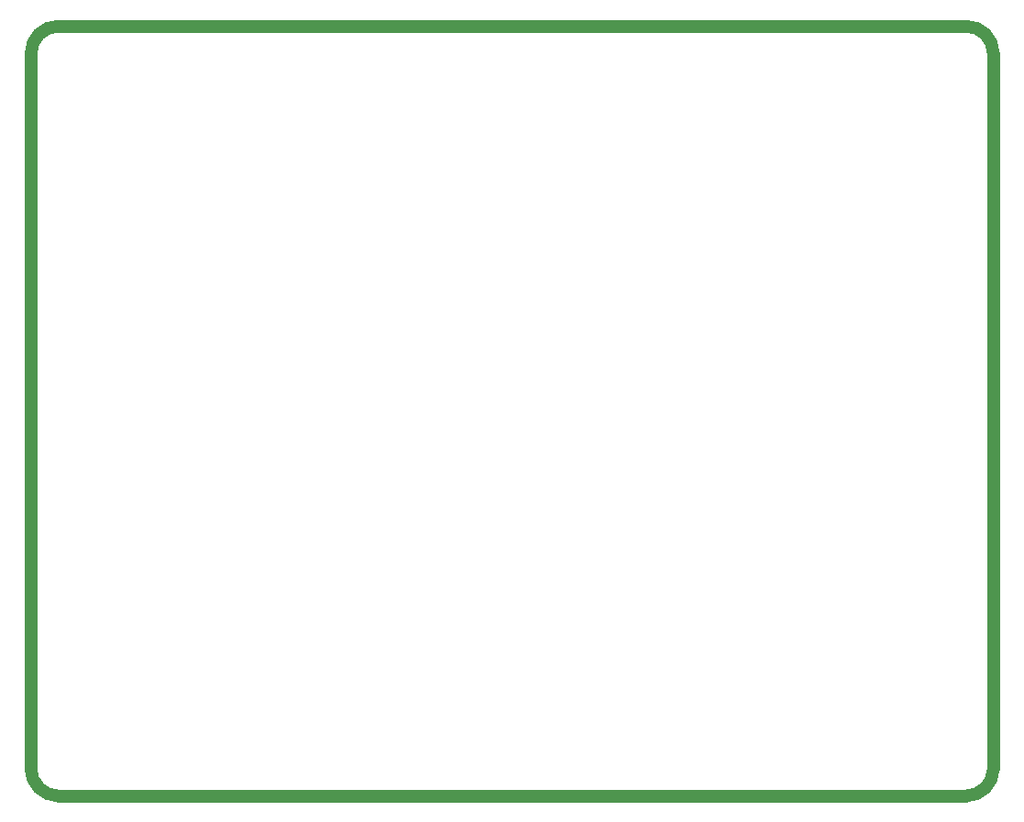
<source format=gko>
G04*
G04 #@! TF.GenerationSoftware,Altium Limited,Altium Designer,19.1.8 (144)*
G04*
G04 Layer_Color=16711935*
%FSLAX25Y25*%
%MOIN*%
G70*
G01*
G75*
%ADD82C,0.04724*%
D82*
X0Y10000D02*
G03*
X10000Y0I10000J0D01*
G01*
X340000D02*
G03*
X350000Y10000I0J10000D01*
G01*
Y270000D02*
G03*
X340000Y280000I-10000J0D01*
G01*
X10000D02*
G03*
X0Y270000I0J-10000D01*
G01*
Y10000D02*
Y270000D01*
X10000Y0D02*
X340000D01*
X350000Y10000D02*
Y270000D01*
X10000Y280000D02*
X340000D01*
M02*

</source>
